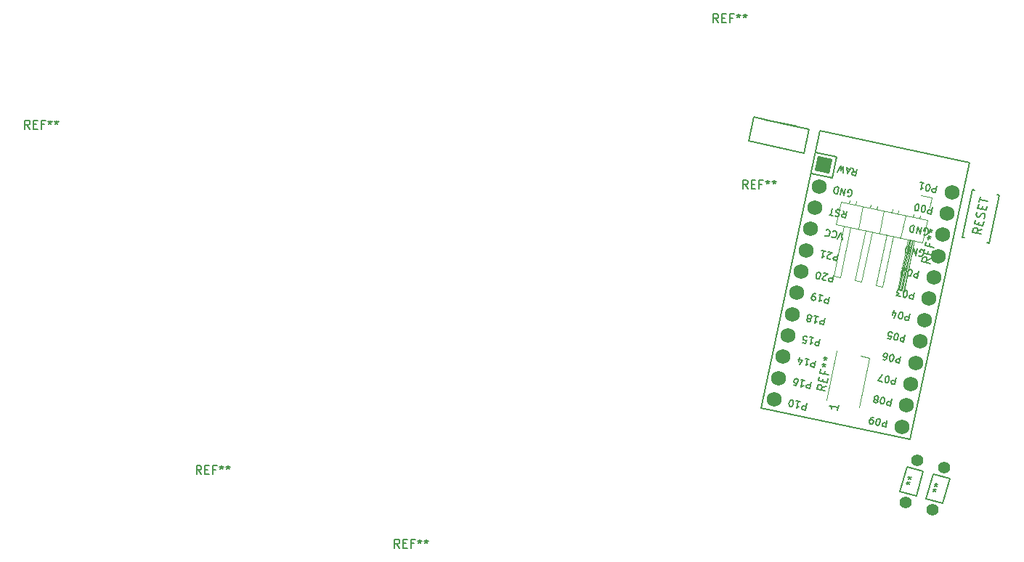
<source format=gbr>
%TF.GenerationSoftware,KiCad,Pcbnew,(6.0.7-1)-1*%
%TF.CreationDate,2022-09-15T11:20:02-04:00*%
%TF.ProjectId,skyline_pcb_left,736b796c-696e-4655-9f70-63625f6c6566,v1.0.0*%
%TF.SameCoordinates,Original*%
%TF.FileFunction,Legend,Top*%
%TF.FilePolarity,Positive*%
%FSLAX46Y46*%
G04 Gerber Fmt 4.6, Leading zero omitted, Abs format (unit mm)*
G04 Created by KiCad (PCBNEW (6.0.7-1)-1) date 2022-09-15 11:20:02*
%MOMM*%
%LPD*%
G01*
G04 APERTURE LIST*
G04 Aperture macros list*
%AMRotRect*
0 Rectangle, with rotation*
0 The origin of the aperture is its center*
0 $1 length*
0 $2 width*
0 $3 Rotation angle, in degrees counterclockwise*
0 Add horizontal line*
21,1,$1,$2,0,0,$3*%
G04 Aperture macros list end*
%ADD10C,0.150000*%
%ADD11C,0.120000*%
%ADD12C,1.397000*%
%ADD13RotRect,1.752600X1.752600X258.000000*%
%ADD14C,1.752600*%
G04 APERTURE END LIST*
D10*
%TO.C,REF\u002A\u002A*%
X247137899Y-112579534D02*
X246804566Y-112103344D01*
X246566471Y-112579534D02*
X246566471Y-111579534D01*
X246947423Y-111579534D01*
X247042661Y-111627154D01*
X247090280Y-111674773D01*
X247137899Y-111770011D01*
X247137899Y-111912868D01*
X247090280Y-112008106D01*
X247042661Y-112055725D01*
X246947423Y-112103344D01*
X246566471Y-112103344D01*
X247566471Y-112055725D02*
X247899804Y-112055725D01*
X248042661Y-112579534D02*
X247566471Y-112579534D01*
X247566471Y-111579534D01*
X248042661Y-111579534D01*
X248804566Y-112055725D02*
X248471233Y-112055725D01*
X248471233Y-112579534D02*
X248471233Y-111579534D01*
X248947423Y-111579534D01*
X249471233Y-111579534D02*
X249471233Y-111817630D01*
X249233137Y-111722392D02*
X249471233Y-111817630D01*
X249709328Y-111722392D01*
X249328375Y-112008106D02*
X249471233Y-111817630D01*
X249614090Y-112008106D01*
X250233137Y-111579534D02*
X250233137Y-111817630D01*
X249995042Y-111722392D02*
X250233137Y-111817630D01*
X250471233Y-111722392D01*
X250090280Y-112008106D02*
X250233137Y-111817630D01*
X250375994Y-112008106D01*
%TO.C,\u002A\u002A*%
X269085401Y-166231629D02*
X269271886Y-166283346D01*
X269145575Y-166449145D02*
X269271886Y-166283346D01*
X269249009Y-166076174D01*
X269390044Y-166436611D02*
X269271886Y-166283346D01*
X269452105Y-166212828D01*
X269250895Y-165634876D02*
X269437381Y-165686593D01*
X269311069Y-165852391D02*
X269437381Y-165686593D01*
X269414503Y-165479420D01*
X269555539Y-165839858D02*
X269437381Y-165686593D01*
X269617599Y-165616075D01*
%TO.C,REF\u002A\u002A*%
X166873183Y-125003222D02*
X166539850Y-124527032D01*
X166301755Y-125003222D02*
X166301755Y-124003222D01*
X166682707Y-124003222D01*
X166777945Y-124050842D01*
X166825564Y-124098461D01*
X166873183Y-124193699D01*
X166873183Y-124336556D01*
X166825564Y-124431794D01*
X166777945Y-124479413D01*
X166682707Y-124527032D01*
X166301755Y-124527032D01*
X167301755Y-124479413D02*
X167635088Y-124479413D01*
X167777945Y-125003222D02*
X167301755Y-125003222D01*
X167301755Y-124003222D01*
X167777945Y-124003222D01*
X168539850Y-124479413D02*
X168206517Y-124479413D01*
X168206517Y-125003222D02*
X168206517Y-124003222D01*
X168682707Y-124003222D01*
X169206517Y-124003222D02*
X169206517Y-124241318D01*
X168968421Y-124146080D02*
X169206517Y-124241318D01*
X169444612Y-124146080D01*
X169063659Y-124431794D02*
X169206517Y-124241318D01*
X169349374Y-124431794D01*
X169968421Y-124003222D02*
X169968421Y-124241318D01*
X169730326Y-124146080D02*
X169968421Y-124241318D01*
X170206517Y-124146080D01*
X169825564Y-124431794D02*
X169968421Y-124241318D01*
X170111278Y-124431794D01*
%TO.C,MCU1*%
X267856727Y-154007086D02*
X267690398Y-154789604D01*
X267392296Y-154726240D01*
X267325691Y-154673136D01*
X267296348Y-154627953D01*
X267274926Y-154545507D01*
X267298688Y-154433719D01*
X267351791Y-154367114D01*
X267396975Y-154337772D01*
X267479421Y-154316350D01*
X267777523Y-154379713D01*
X266758829Y-154591593D02*
X266684303Y-154575752D01*
X266617698Y-154522648D01*
X266588356Y-154477465D01*
X266566934Y-154395019D01*
X266561353Y-154238047D01*
X266600955Y-154051733D01*
X266669900Y-153910603D01*
X266723003Y-153843998D01*
X266768187Y-153814655D01*
X266850633Y-153793234D01*
X266925158Y-153809074D01*
X266991763Y-153862178D01*
X267021106Y-153907361D01*
X267042527Y-153989807D01*
X267048108Y-154146779D01*
X267008506Y-154333093D01*
X266939562Y-154474223D01*
X266886458Y-154540828D01*
X266841275Y-154570171D01*
X266758829Y-154591593D01*
X266237150Y-154480706D02*
X265715471Y-154369820D01*
X266217166Y-153658586D01*
X259522701Y-147042144D02*
X259356372Y-147824662D01*
X259058270Y-147761298D01*
X258991665Y-147708194D01*
X258962322Y-147663011D01*
X258940900Y-147580565D01*
X258964662Y-147468777D01*
X259017765Y-147402172D01*
X259062949Y-147372830D01*
X259145395Y-147351408D01*
X259443497Y-147414771D01*
X258330293Y-146788689D02*
X258777446Y-146883735D01*
X258553869Y-146836212D02*
X258387540Y-147618730D01*
X258485827Y-147522783D01*
X258576193Y-147464098D01*
X258658639Y-147442676D01*
X257788094Y-147140797D02*
X257854699Y-147193901D01*
X257884042Y-147239084D01*
X257905464Y-147321530D01*
X257897543Y-147358793D01*
X257844439Y-147425398D01*
X257799256Y-147454740D01*
X257716810Y-147476162D01*
X257567759Y-147444480D01*
X257501154Y-147391377D01*
X257471812Y-147346193D01*
X257450390Y-147263747D01*
X257458310Y-147226485D01*
X257511414Y-147159880D01*
X257556597Y-147130537D01*
X257639043Y-147109115D01*
X257788094Y-147140797D01*
X257870540Y-147119375D01*
X257915723Y-147090033D01*
X257968827Y-147023428D01*
X258000509Y-146874377D01*
X257979087Y-146791931D01*
X257949745Y-146746748D01*
X257883140Y-146693644D01*
X257734089Y-146661962D01*
X257651643Y-146683384D01*
X257606459Y-146712726D01*
X257553356Y-146779331D01*
X257521674Y-146928383D01*
X257543096Y-147010829D01*
X257572438Y-147056012D01*
X257639043Y-147109115D01*
X262178870Y-132805186D02*
X262245475Y-132858289D01*
X262357263Y-132882051D01*
X262476972Y-132868549D01*
X262567339Y-132809865D01*
X262620442Y-132743260D01*
X262689387Y-132602129D01*
X262713148Y-132490341D01*
X262707567Y-132333369D01*
X262686145Y-132250923D01*
X262627461Y-132160557D01*
X262523593Y-132099533D01*
X262449067Y-132083692D01*
X262329359Y-132097193D01*
X262284175Y-132126535D01*
X262228732Y-132387375D01*
X262377783Y-132419057D01*
X261964651Y-131980726D02*
X261798322Y-132763244D01*
X261517498Y-131885681D01*
X261351169Y-132668199D01*
X261144870Y-131806476D02*
X260978541Y-132588994D01*
X260792227Y-132549392D01*
X260688359Y-132488368D01*
X260629675Y-132398001D01*
X260608253Y-132315555D01*
X260602672Y-132158584D01*
X260626433Y-132046796D01*
X260695378Y-131905665D01*
X260748481Y-131839060D01*
X260838848Y-131780375D01*
X260958557Y-131766874D01*
X261144870Y-131806476D01*
X260578892Y-142073154D02*
X260412563Y-142855672D01*
X260114461Y-142792308D01*
X260047856Y-142739204D01*
X260018513Y-142694021D01*
X259997091Y-142611575D01*
X260020853Y-142499787D01*
X260073956Y-142433182D01*
X260119140Y-142403840D01*
X260201586Y-142382418D01*
X260499688Y-142445781D01*
X259683148Y-142622737D02*
X259637965Y-142652080D01*
X259555519Y-142673501D01*
X259369205Y-142633899D01*
X259302600Y-142580796D01*
X259273258Y-142535612D01*
X259251836Y-142453166D01*
X259267677Y-142378641D01*
X259328701Y-142274773D01*
X259870900Y-141922665D01*
X259386484Y-141819699D01*
X258735738Y-142499252D02*
X258661213Y-142483411D01*
X258594608Y-142430307D01*
X258565266Y-142385124D01*
X258543844Y-142302678D01*
X258538263Y-142145706D01*
X258577865Y-141959393D01*
X258646809Y-141818262D01*
X258699913Y-141751657D01*
X258745096Y-141722315D01*
X258827542Y-141700893D01*
X258902068Y-141716734D01*
X258968673Y-141769837D01*
X258998015Y-141815020D01*
X259019437Y-141897466D01*
X259025018Y-142054438D01*
X258985416Y-142240752D01*
X258916471Y-142381882D01*
X258863368Y-142448487D01*
X258818184Y-142477830D01*
X258735738Y-142499252D01*
X268384822Y-151522591D02*
X268218493Y-152305109D01*
X267920391Y-152241745D01*
X267853786Y-152188641D01*
X267824443Y-152143458D01*
X267803021Y-152061012D01*
X267826783Y-151949224D01*
X267879886Y-151882619D01*
X267925070Y-151853277D01*
X268007516Y-151831855D01*
X268305618Y-151895218D01*
X267286924Y-152107098D02*
X267212398Y-152091257D01*
X267145793Y-152038153D01*
X267116451Y-151992970D01*
X267095029Y-151910524D01*
X267089448Y-151753552D01*
X267129050Y-151567238D01*
X267197995Y-151426108D01*
X267251098Y-151359503D01*
X267296282Y-151330160D01*
X267378728Y-151308739D01*
X267453253Y-151324579D01*
X267519858Y-151377683D01*
X267549201Y-151422866D01*
X267570622Y-151505312D01*
X267576203Y-151662284D01*
X267536601Y-151848598D01*
X267467657Y-151989728D01*
X267414553Y-152056333D01*
X267369370Y-152085676D01*
X267286924Y-152107098D01*
X266355355Y-151909086D02*
X266504406Y-151940768D01*
X266586852Y-151919346D01*
X266632035Y-151890004D01*
X266730322Y-151794057D01*
X266799266Y-151652926D01*
X266862630Y-151354824D01*
X266841208Y-151272378D01*
X266811866Y-151227195D01*
X266745261Y-151174091D01*
X266596210Y-151142409D01*
X266513764Y-151163831D01*
X266468580Y-151193173D01*
X266415477Y-151259778D01*
X266375874Y-151446092D01*
X266397296Y-151528538D01*
X266426639Y-151573722D01*
X266493244Y-151626825D01*
X266642295Y-151658507D01*
X266724741Y-151637085D01*
X266769924Y-151607743D01*
X266823028Y-151541138D01*
X257938414Y-154495629D02*
X257772085Y-155278147D01*
X257473983Y-155214783D01*
X257407378Y-155161679D01*
X257378035Y-155116496D01*
X257356613Y-155034050D01*
X257380375Y-154922262D01*
X257433478Y-154855657D01*
X257478662Y-154826315D01*
X257561108Y-154804893D01*
X257859210Y-154868256D01*
X256746006Y-154242174D02*
X257193159Y-154337220D01*
X256969582Y-154289697D02*
X256803253Y-155072215D01*
X256901540Y-154976268D01*
X256991906Y-154917583D01*
X257074352Y-154896161D01*
X255908947Y-154882124D02*
X256057998Y-154913806D01*
X256140444Y-154892384D01*
X256185627Y-154863042D01*
X256283914Y-154767095D01*
X256352858Y-154625964D01*
X256416222Y-154327862D01*
X256394800Y-154245416D01*
X256365458Y-154200233D01*
X256298853Y-154147129D01*
X256149802Y-154115447D01*
X256067356Y-154136869D01*
X256022172Y-154166211D01*
X255969069Y-154232816D01*
X255929466Y-154419130D01*
X255950888Y-154501576D01*
X255980231Y-154546760D01*
X256046836Y-154599863D01*
X256195887Y-154631545D01*
X256278333Y-154610123D01*
X256323516Y-154580781D01*
X256376620Y-154514176D01*
X261106988Y-139588660D02*
X260940659Y-140371178D01*
X260642557Y-140307814D01*
X260575952Y-140254710D01*
X260546609Y-140209527D01*
X260525187Y-140127081D01*
X260548949Y-140015293D01*
X260602052Y-139948688D01*
X260647236Y-139919346D01*
X260729682Y-139897924D01*
X261027784Y-139961287D01*
X260211244Y-140138243D02*
X260166061Y-140167586D01*
X260083615Y-140189007D01*
X259897301Y-140149405D01*
X259830696Y-140096302D01*
X259801354Y-140051118D01*
X259779932Y-139968672D01*
X259795773Y-139894147D01*
X259856797Y-139790279D01*
X260398996Y-139438171D01*
X259914580Y-139335205D01*
X259169324Y-139176796D02*
X259616478Y-139271842D01*
X259392901Y-139224319D02*
X259226572Y-140006837D01*
X259324859Y-139910890D01*
X259415225Y-139852205D01*
X259497671Y-139830783D01*
X258466510Y-152011134D02*
X258300181Y-152793652D01*
X258002079Y-152730288D01*
X257935474Y-152677184D01*
X257906131Y-152632001D01*
X257884709Y-152549555D01*
X257908471Y-152437767D01*
X257961574Y-152371162D01*
X258006758Y-152341820D01*
X258089204Y-152320398D01*
X258387306Y-152383761D01*
X257274102Y-151757679D02*
X257721255Y-151852725D01*
X257497678Y-151805202D02*
X257331349Y-152587720D01*
X257429636Y-152491773D01*
X257520002Y-152433088D01*
X257602448Y-152411666D01*
X256492486Y-152136790D02*
X256603372Y-151615111D01*
X256615436Y-152474494D02*
X256920557Y-151955155D01*
X256436141Y-151852189D01*
X261561912Y-137906484D02*
X261467402Y-137068523D01*
X261040233Y-137795598D01*
X260482729Y-136937117D02*
X260527912Y-136907774D01*
X260647621Y-136894273D01*
X260722146Y-136910114D01*
X260826014Y-136971138D01*
X260884699Y-137061504D01*
X260906121Y-137143950D01*
X260911702Y-137300922D01*
X260887941Y-137412710D01*
X260818996Y-137553841D01*
X260765892Y-137620446D01*
X260675526Y-137679130D01*
X260555817Y-137692632D01*
X260481292Y-137676791D01*
X260377424Y-137615767D01*
X260348081Y-137570584D01*
X259700211Y-136770787D02*
X259745394Y-136741445D01*
X259865103Y-136727943D01*
X259939628Y-136743784D01*
X260043496Y-136804808D01*
X260102181Y-136895175D01*
X260123603Y-136977621D01*
X260129184Y-137134592D01*
X260105422Y-137246381D01*
X260036478Y-137387511D01*
X259983374Y-137454116D01*
X259893008Y-137512801D01*
X259773299Y-137526302D01*
X259698774Y-137510462D01*
X259594906Y-137449437D01*
X259565563Y-137404254D01*
X260050797Y-144557649D02*
X259884468Y-145340167D01*
X259586366Y-145276803D01*
X259519761Y-145223699D01*
X259490418Y-145178516D01*
X259468996Y-145096070D01*
X259492758Y-144984282D01*
X259545861Y-144917677D01*
X259591045Y-144888335D01*
X259673491Y-144866913D01*
X259971593Y-144930276D01*
X258858389Y-144304194D02*
X259305542Y-144399240D01*
X259081965Y-144351717D02*
X258915636Y-145134235D01*
X259013923Y-145038288D01*
X259104289Y-144979603D01*
X259186735Y-144958181D01*
X258485761Y-144224990D02*
X258336710Y-144193308D01*
X258254264Y-144214730D01*
X258209081Y-144244072D01*
X258110794Y-144340020D01*
X258041849Y-144481150D01*
X257978486Y-144779252D01*
X257999908Y-144861698D01*
X258029250Y-144906882D01*
X258095855Y-144959985D01*
X258244906Y-144991667D01*
X258327352Y-144970245D01*
X258372535Y-144940903D01*
X258425639Y-144874298D01*
X258465241Y-144687984D01*
X258443819Y-144605538D01*
X258414477Y-144560355D01*
X258347872Y-144507251D01*
X258198821Y-144475569D01*
X258116375Y-144496991D01*
X258071192Y-144526334D01*
X258018088Y-144592939D01*
X271040991Y-137285633D02*
X271107596Y-137338736D01*
X271219384Y-137362498D01*
X271339093Y-137348996D01*
X271429460Y-137290312D01*
X271482563Y-137223707D01*
X271551508Y-137082576D01*
X271575269Y-136970788D01*
X271569688Y-136813816D01*
X271548266Y-136731370D01*
X271489582Y-136641004D01*
X271385714Y-136579980D01*
X271311188Y-136564139D01*
X271191480Y-136577640D01*
X271146296Y-136606982D01*
X271090853Y-136867822D01*
X271239904Y-136899504D01*
X270826772Y-136461173D02*
X270660443Y-137243691D01*
X270379619Y-136366128D01*
X270213290Y-137148646D01*
X270006991Y-136286923D02*
X269840662Y-137069441D01*
X269654348Y-137029839D01*
X269550480Y-136968815D01*
X269491796Y-136878448D01*
X269470374Y-136796002D01*
X269464793Y-136639031D01*
X269488554Y-136527243D01*
X269557499Y-136386112D01*
X269610602Y-136319507D01*
X269700969Y-136260822D01*
X269820678Y-136247321D01*
X270006991Y-136286923D01*
X269969109Y-144069107D02*
X269802780Y-144851625D01*
X269504678Y-144788261D01*
X269438073Y-144735157D01*
X269408730Y-144689974D01*
X269387308Y-144607528D01*
X269411070Y-144495740D01*
X269464173Y-144429135D01*
X269509357Y-144399793D01*
X269591803Y-144378371D01*
X269889905Y-144441734D01*
X268871211Y-144653614D02*
X268796685Y-144637773D01*
X268730080Y-144584669D01*
X268700738Y-144539486D01*
X268679316Y-144457040D01*
X268673735Y-144300068D01*
X268713337Y-144113754D01*
X268782282Y-143972624D01*
X268835385Y-143906019D01*
X268880569Y-143876676D01*
X268963015Y-143855255D01*
X269037540Y-143871095D01*
X269104145Y-143924199D01*
X269133488Y-143969382D01*
X269154909Y-144051828D01*
X269160490Y-144208800D01*
X269120888Y-144395114D01*
X269051944Y-144536244D01*
X268998840Y-144602849D01*
X268953657Y-144632192D01*
X268871211Y-144653614D01*
X268349532Y-144542727D02*
X267865116Y-144439762D01*
X268189319Y-144197102D01*
X268077531Y-144173341D01*
X268010926Y-144120238D01*
X267981583Y-144075054D01*
X267960161Y-143992608D01*
X267999764Y-143806294D01*
X268052867Y-143739689D01*
X268098051Y-143710347D01*
X268180497Y-143688925D01*
X268404073Y-143736448D01*
X268470678Y-143789552D01*
X268500021Y-143834735D01*
X257410318Y-156980124D02*
X257243989Y-157762642D01*
X256945887Y-157699278D01*
X256879282Y-157646174D01*
X256849939Y-157600991D01*
X256828517Y-157518545D01*
X256852279Y-157406757D01*
X256905382Y-157340152D01*
X256950566Y-157310810D01*
X257033012Y-157289388D01*
X257331114Y-157352751D01*
X256217910Y-156726669D02*
X256665063Y-156821715D01*
X256441486Y-156774192D02*
X256275157Y-157556710D01*
X256373444Y-157460763D01*
X256463810Y-157402078D01*
X256546256Y-157380656D01*
X255567164Y-157406222D02*
X255492639Y-157390381D01*
X255426034Y-157337277D01*
X255396692Y-157292094D01*
X255375270Y-157209648D01*
X255369689Y-157052676D01*
X255409291Y-156866363D01*
X255478235Y-156725232D01*
X255531339Y-156658627D01*
X255576522Y-156629285D01*
X255658968Y-156607863D01*
X255733494Y-156623704D01*
X255800099Y-156676807D01*
X255829441Y-156721990D01*
X255850863Y-156804436D01*
X255856444Y-156961408D01*
X255816842Y-157147722D01*
X255747897Y-157288852D01*
X255694794Y-157355457D01*
X255649610Y-157384800D01*
X255567164Y-157406222D01*
X270512896Y-139770128D02*
X270579501Y-139823231D01*
X270691289Y-139846993D01*
X270810998Y-139833491D01*
X270901365Y-139774807D01*
X270954468Y-139708202D01*
X271023413Y-139567071D01*
X271047174Y-139455283D01*
X271041593Y-139298311D01*
X271020171Y-139215865D01*
X270961487Y-139125499D01*
X270857619Y-139064475D01*
X270783093Y-139048634D01*
X270663385Y-139062135D01*
X270618201Y-139091477D01*
X270562758Y-139352317D01*
X270711809Y-139383999D01*
X270298677Y-138945668D02*
X270132348Y-139728186D01*
X269851524Y-138850623D01*
X269685195Y-139633141D01*
X269478896Y-138771418D02*
X269312567Y-139553936D01*
X269126253Y-139514334D01*
X269022385Y-139453310D01*
X268963701Y-139362943D01*
X268942279Y-139280497D01*
X268936698Y-139123526D01*
X268960459Y-139011738D01*
X269029404Y-138870607D01*
X269082507Y-138804002D01*
X269172874Y-138745317D01*
X269292583Y-138731816D01*
X269478896Y-138771418D01*
X270497205Y-141584612D02*
X270330876Y-142367130D01*
X270032774Y-142303766D01*
X269966169Y-142250662D01*
X269936826Y-142205479D01*
X269915404Y-142123033D01*
X269939166Y-142011245D01*
X269992269Y-141944640D01*
X270037453Y-141915298D01*
X270119899Y-141893876D01*
X270418001Y-141957239D01*
X269399307Y-142169119D02*
X269324781Y-142153278D01*
X269258176Y-142100174D01*
X269228834Y-142054991D01*
X269207412Y-141972545D01*
X269201831Y-141815573D01*
X269241433Y-141629259D01*
X269310378Y-141488129D01*
X269363481Y-141421524D01*
X269408665Y-141392181D01*
X269491111Y-141370760D01*
X269565636Y-141386600D01*
X269632241Y-141439704D01*
X269661584Y-141484887D01*
X269683005Y-141567333D01*
X269688586Y-141724305D01*
X269648984Y-141910619D01*
X269580040Y-142051749D01*
X269526936Y-142118354D01*
X269481753Y-142147697D01*
X269399307Y-142169119D01*
X268856206Y-141975786D02*
X268811023Y-142005129D01*
X268728577Y-142026551D01*
X268542263Y-141986948D01*
X268475658Y-141933845D01*
X268446316Y-141888661D01*
X268424894Y-141806215D01*
X268440735Y-141731690D01*
X268501759Y-141627822D01*
X269043957Y-141275714D01*
X268559541Y-141172748D01*
X272609588Y-131646632D02*
X272443259Y-132429150D01*
X272145157Y-132365786D01*
X272078552Y-132312682D01*
X272049209Y-132267499D01*
X272027787Y-132185053D01*
X272051549Y-132073265D01*
X272104652Y-132006660D01*
X272149836Y-131977318D01*
X272232282Y-131955896D01*
X272530384Y-132019259D01*
X271511690Y-132231139D02*
X271437164Y-132215298D01*
X271370559Y-132162194D01*
X271341217Y-132117011D01*
X271319795Y-132034565D01*
X271314214Y-131877593D01*
X271353816Y-131691279D01*
X271422761Y-131550149D01*
X271475864Y-131483544D01*
X271521048Y-131454201D01*
X271603494Y-131432780D01*
X271678019Y-131448620D01*
X271744624Y-131501724D01*
X271773967Y-131546907D01*
X271795388Y-131629353D01*
X271800969Y-131786325D01*
X271761367Y-131972639D01*
X271692423Y-132113769D01*
X271639319Y-132180374D01*
X271594136Y-132209717D01*
X271511690Y-132231139D01*
X270671924Y-131234768D02*
X271119078Y-131329814D01*
X270895501Y-131282291D02*
X270729172Y-132064809D01*
X270827459Y-131968862D01*
X270917825Y-131910177D01*
X271000271Y-131888755D01*
X269441014Y-146553602D02*
X269274685Y-147336120D01*
X268976583Y-147272756D01*
X268909978Y-147219652D01*
X268880635Y-147174469D01*
X268859213Y-147092023D01*
X268882975Y-146980235D01*
X268936078Y-146913630D01*
X268981262Y-146884288D01*
X269063708Y-146862866D01*
X269361810Y-146926229D01*
X268343116Y-147138109D02*
X268268590Y-147122268D01*
X268201985Y-147069164D01*
X268172643Y-147023981D01*
X268151221Y-146941535D01*
X268145640Y-146784563D01*
X268185242Y-146598249D01*
X268254187Y-146457119D01*
X268307290Y-146390514D01*
X268352474Y-146361171D01*
X268434920Y-146339750D01*
X268509445Y-146355590D01*
X268576050Y-146408694D01*
X268605393Y-146453877D01*
X268626814Y-146536323D01*
X268632395Y-146693295D01*
X268592793Y-146879609D01*
X268523849Y-147020739D01*
X268470745Y-147087344D01*
X268425562Y-147116687D01*
X268343116Y-147138109D01*
X267466990Y-146679258D02*
X267577876Y-146157579D01*
X267589940Y-147016962D02*
X267895061Y-146497623D01*
X267410645Y-146394657D01*
X268912918Y-149038096D02*
X268746589Y-149820614D01*
X268448487Y-149757250D01*
X268381882Y-149704146D01*
X268352539Y-149658963D01*
X268331117Y-149576517D01*
X268354879Y-149464729D01*
X268407982Y-149398124D01*
X268453166Y-149368782D01*
X268535612Y-149347360D01*
X268833714Y-149410723D01*
X267815020Y-149622603D02*
X267740494Y-149606762D01*
X267673889Y-149553658D01*
X267644547Y-149508475D01*
X267623125Y-149426029D01*
X267617544Y-149269057D01*
X267657146Y-149082743D01*
X267726091Y-148941613D01*
X267779194Y-148875008D01*
X267824378Y-148845665D01*
X267906824Y-148824244D01*
X267981349Y-148840084D01*
X268047954Y-148893188D01*
X268077297Y-148938371D01*
X268098718Y-149020817D01*
X268104299Y-149177789D01*
X268064697Y-149364103D01*
X267995753Y-149505233D01*
X267942649Y-149571838D01*
X267897466Y-149601181D01*
X267815020Y-149622603D01*
X266846188Y-149416671D02*
X267218816Y-149495875D01*
X267335283Y-149131168D01*
X267290100Y-149160511D01*
X267207654Y-149181932D01*
X267021340Y-149142330D01*
X266954735Y-149089227D01*
X266925392Y-149044043D01*
X266903970Y-148961597D01*
X266943573Y-148775283D01*
X266996676Y-148708678D01*
X267041860Y-148679336D01*
X267124306Y-148657914D01*
X267310619Y-148697516D01*
X267377224Y-148750620D01*
X267406567Y-148795803D01*
X262809481Y-129563555D02*
X262991116Y-129991625D01*
X263256634Y-129658600D02*
X263090305Y-130441118D01*
X262792203Y-130377755D01*
X262725597Y-130324651D01*
X262696255Y-130279468D01*
X262674833Y-130197022D01*
X262698595Y-130085233D01*
X262751698Y-130018628D01*
X262796881Y-129989286D01*
X262879327Y-129967864D01*
X263177430Y-130031228D01*
X262463856Y-129723768D02*
X262091228Y-129644563D01*
X262585904Y-129516032D02*
X262158736Y-130243107D01*
X262064226Y-129405146D01*
X261711582Y-130148062D02*
X261691598Y-129325941D01*
X261423740Y-129853201D01*
X261393496Y-129262578D01*
X261040853Y-130005494D01*
X258994605Y-149526639D02*
X258828276Y-150309157D01*
X258530174Y-150245793D01*
X258463569Y-150192689D01*
X258434226Y-150147506D01*
X258412804Y-150065060D01*
X258436566Y-149953272D01*
X258489669Y-149886667D01*
X258534853Y-149857325D01*
X258617299Y-149835903D01*
X258915401Y-149899266D01*
X257802197Y-149273184D02*
X258249350Y-149368230D01*
X258025773Y-149320707D02*
X257859444Y-150103225D01*
X257957731Y-150007278D01*
X258048097Y-149948593D01*
X258130543Y-149927171D01*
X256927875Y-149905214D02*
X257300503Y-149984418D01*
X257416970Y-149619711D01*
X257371787Y-149649054D01*
X257289341Y-149670475D01*
X257103027Y-149630873D01*
X257036422Y-149577770D01*
X257007079Y-149532586D01*
X256985657Y-149450140D01*
X257025260Y-149263826D01*
X257078363Y-149197221D01*
X257123547Y-149167879D01*
X257205993Y-149146457D01*
X257392306Y-149186059D01*
X257458911Y-149239163D01*
X257488254Y-149284346D01*
X266800535Y-158976076D02*
X266634206Y-159758594D01*
X266336104Y-159695230D01*
X266269499Y-159642126D01*
X266240156Y-159596943D01*
X266218734Y-159514497D01*
X266242496Y-159402709D01*
X266295599Y-159336104D01*
X266340783Y-159306762D01*
X266423229Y-159285340D01*
X266721331Y-159348703D01*
X265702637Y-159560583D02*
X265628111Y-159544742D01*
X265561506Y-159491638D01*
X265532164Y-159446455D01*
X265510742Y-159364009D01*
X265505161Y-159207037D01*
X265544763Y-159020723D01*
X265613708Y-158879593D01*
X265666811Y-158812988D01*
X265711995Y-158783645D01*
X265794441Y-158762224D01*
X265868966Y-158778064D01*
X265935571Y-158831168D01*
X265964914Y-158876351D01*
X265986335Y-158958797D01*
X265991916Y-159115769D01*
X265952314Y-159302083D01*
X265883370Y-159443213D01*
X265830266Y-159509818D01*
X265785083Y-159539161D01*
X265702637Y-159560583D01*
X265235499Y-158643417D02*
X265086448Y-158611735D01*
X265004002Y-158633157D01*
X264958819Y-158662499D01*
X264860532Y-158758447D01*
X264791587Y-158899577D01*
X264728224Y-159197679D01*
X264749646Y-159280125D01*
X264778988Y-159325309D01*
X264845593Y-159378412D01*
X264994644Y-159410094D01*
X265077090Y-159388672D01*
X265122273Y-159359330D01*
X265175377Y-159292725D01*
X265214979Y-159106411D01*
X265193557Y-159023965D01*
X265164215Y-158978782D01*
X265097610Y-158925678D01*
X264948559Y-158893996D01*
X264866113Y-158915418D01*
X264820930Y-158944761D01*
X264767826Y-159011366D01*
X272081492Y-134131127D02*
X271915163Y-134913645D01*
X271617061Y-134850281D01*
X271550456Y-134797177D01*
X271521113Y-134751994D01*
X271499691Y-134669548D01*
X271523453Y-134557760D01*
X271576556Y-134491155D01*
X271621740Y-134461813D01*
X271704186Y-134440391D01*
X272002288Y-134503754D01*
X270983594Y-134715634D02*
X270909068Y-134699793D01*
X270842463Y-134646689D01*
X270813121Y-134601506D01*
X270791699Y-134519060D01*
X270786118Y-134362088D01*
X270825720Y-134175774D01*
X270894665Y-134034644D01*
X270947768Y-133968039D01*
X270992952Y-133938696D01*
X271075398Y-133917275D01*
X271149923Y-133933115D01*
X271216528Y-133986219D01*
X271245871Y-134031402D01*
X271267292Y-134113848D01*
X271272873Y-134270820D01*
X271233271Y-134457134D01*
X271164327Y-134598264D01*
X271111223Y-134664869D01*
X271066040Y-134694212D01*
X270983594Y-134715634D01*
X270238338Y-134557225D02*
X270163813Y-134541384D01*
X270097208Y-134488280D01*
X270067866Y-134443097D01*
X270046444Y-134360651D01*
X270040863Y-134203679D01*
X270080465Y-134017366D01*
X270149409Y-133876235D01*
X270202513Y-133809630D01*
X270247696Y-133780288D01*
X270330142Y-133758866D01*
X270404668Y-133774707D01*
X270471273Y-133827810D01*
X270500615Y-133872993D01*
X270522037Y-133955439D01*
X270527618Y-134112411D01*
X270488016Y-134298725D01*
X270419071Y-134439855D01*
X270365968Y-134506460D01*
X270320784Y-134535803D01*
X270238338Y-134557225D01*
X267328631Y-156491581D02*
X267162302Y-157274099D01*
X266864200Y-157210735D01*
X266797595Y-157157631D01*
X266768252Y-157112448D01*
X266746830Y-157030002D01*
X266770592Y-156918214D01*
X266823695Y-156851609D01*
X266868879Y-156822267D01*
X266951325Y-156800845D01*
X267249427Y-156864208D01*
X266230733Y-157076088D02*
X266156207Y-157060247D01*
X266089602Y-157007143D01*
X266060260Y-156961960D01*
X266038838Y-156879514D01*
X266033257Y-156722542D01*
X266072859Y-156536228D01*
X266141804Y-156395098D01*
X266194907Y-156328493D01*
X266240091Y-156299150D01*
X266322537Y-156277729D01*
X266397062Y-156293569D01*
X266463667Y-156346673D01*
X266493010Y-156391856D01*
X266514431Y-156474302D01*
X266520012Y-156631274D01*
X266480410Y-156817588D01*
X266411466Y-156958718D01*
X266358362Y-157025323D01*
X266313179Y-157054666D01*
X266230733Y-157076088D01*
X265594024Y-156590234D02*
X265660629Y-156643338D01*
X265689972Y-156688521D01*
X265711394Y-156770967D01*
X265703473Y-156808230D01*
X265650369Y-156874835D01*
X265605186Y-156904177D01*
X265522740Y-156925599D01*
X265373689Y-156893917D01*
X265307084Y-156840814D01*
X265277742Y-156795630D01*
X265256320Y-156713184D01*
X265264240Y-156675922D01*
X265317344Y-156609317D01*
X265362527Y-156579974D01*
X265444973Y-156558552D01*
X265594024Y-156590234D01*
X265676470Y-156568812D01*
X265721653Y-156539470D01*
X265774757Y-156472865D01*
X265806439Y-156323814D01*
X265785017Y-156241368D01*
X265755675Y-156196185D01*
X265689070Y-156143081D01*
X265540019Y-156111399D01*
X265457573Y-156132821D01*
X265412389Y-156162163D01*
X265359286Y-156228768D01*
X265327604Y-156377820D01*
X265349026Y-156460266D01*
X265378368Y-156505449D01*
X265444973Y-156558552D01*
X261641501Y-134508783D02*
X261823135Y-134936854D01*
X262088654Y-134603829D02*
X261922324Y-135386347D01*
X261624222Y-135322983D01*
X261557617Y-135269880D01*
X261528275Y-135224696D01*
X261506853Y-135142250D01*
X261530614Y-135030462D01*
X261583718Y-134963857D01*
X261628901Y-134934515D01*
X261711347Y-134913093D01*
X262009449Y-134976456D01*
X261335478Y-134482683D02*
X261231610Y-134421658D01*
X261045296Y-134382056D01*
X260962850Y-134403478D01*
X260917667Y-134432820D01*
X260864563Y-134499426D01*
X260848723Y-134573951D01*
X260870144Y-134656397D01*
X260899487Y-134701580D01*
X260966092Y-134754684D01*
X261107222Y-134823628D01*
X261173828Y-134876732D01*
X261203170Y-134921915D01*
X261224592Y-135004361D01*
X261208751Y-135078887D01*
X261155647Y-135145492D01*
X261110464Y-135174834D01*
X261028018Y-135196256D01*
X260841704Y-135156654D01*
X260737836Y-135095630D01*
X260506339Y-135085370D02*
X260059186Y-134990325D01*
X260449092Y-134255329D02*
X260282763Y-135037847D01*
%TO.C,REF\u002A\u002A*%
X259697172Y-154976026D02*
X259162084Y-155203069D01*
X259578366Y-155534967D02*
X258600218Y-155327055D01*
X258679422Y-154954428D01*
X258745802Y-154871171D01*
X258802281Y-154834493D01*
X258905338Y-154807716D01*
X259045074Y-154837418D01*
X259128330Y-154903797D01*
X259165008Y-154960276D01*
X259191785Y-155063334D01*
X259112581Y-155435962D01*
X259273914Y-154447913D02*
X259343218Y-154121864D01*
X259885283Y-154091035D02*
X259786277Y-154556819D01*
X258808130Y-154348908D01*
X258907135Y-153883123D01*
X259531329Y-153236873D02*
X259462025Y-153562923D01*
X259974388Y-153671829D02*
X258996240Y-153463917D01*
X259095246Y-152998133D01*
X259204152Y-152485769D02*
X259437044Y-152535272D01*
X259294385Y-152748363D02*
X259437044Y-152535272D01*
X259393390Y-152282579D01*
X259593656Y-152714610D02*
X259437044Y-152535272D01*
X259653060Y-152435139D01*
X259362561Y-151740514D02*
X259595453Y-151790017D01*
X259452793Y-152003108D02*
X259595453Y-151790017D01*
X259551799Y-151537324D01*
X259752065Y-151969355D02*
X259595453Y-151790017D01*
X259811469Y-151689884D01*
X261140127Y-157205709D02*
X261021321Y-157764651D01*
X261080724Y-157485180D02*
X260102576Y-157277268D01*
X260222511Y-157400127D01*
X260295866Y-157513085D01*
X260322644Y-157616142D01*
X250563183Y-131963222D02*
X250229850Y-131487032D01*
X249991755Y-131963222D02*
X249991755Y-130963222D01*
X250372707Y-130963222D01*
X250467945Y-131010842D01*
X250515564Y-131058461D01*
X250563183Y-131153699D01*
X250563183Y-131296556D01*
X250515564Y-131391794D01*
X250467945Y-131439413D01*
X250372707Y-131487032D01*
X249991755Y-131487032D01*
X250991755Y-131439413D02*
X251325088Y-131439413D01*
X251467945Y-131963222D02*
X250991755Y-131963222D01*
X250991755Y-130963222D01*
X251467945Y-130963222D01*
X252229850Y-131439413D02*
X251896517Y-131439413D01*
X251896517Y-131963222D02*
X251896517Y-130963222D01*
X252372707Y-130963222D01*
X252896517Y-130963222D02*
X252896517Y-131201318D01*
X252658421Y-131106080D02*
X252896517Y-131201318D01*
X253134612Y-131106080D01*
X252753659Y-131391794D02*
X252896517Y-131201318D01*
X253039374Y-131391794D01*
X253658421Y-130963222D02*
X253658421Y-131201318D01*
X253420326Y-131106080D02*
X253658421Y-131201318D01*
X253896517Y-131106080D01*
X253515564Y-131391794D02*
X253658421Y-131201318D01*
X253801278Y-131391794D01*
%TO.C,\u002A\u002A*%
X272157044Y-167063532D02*
X272343529Y-167115249D01*
X272217218Y-167281048D02*
X272343529Y-167115249D01*
X272320652Y-166908077D01*
X272461687Y-167268514D02*
X272343529Y-167115249D01*
X272523748Y-167044731D01*
X272322538Y-166466779D02*
X272509024Y-166518496D01*
X272382712Y-166684294D02*
X272509024Y-166518496D01*
X272486146Y-166311323D01*
X272627182Y-166671761D02*
X272509024Y-166518496D01*
X272689242Y-166447978D01*
%TO.C,REF\u002A\u002A*%
X186863183Y-165263222D02*
X186529850Y-164787032D01*
X186291755Y-165263222D02*
X186291755Y-164263222D01*
X186672707Y-164263222D01*
X186767945Y-164310842D01*
X186815564Y-164358461D01*
X186863183Y-164453699D01*
X186863183Y-164596556D01*
X186815564Y-164691794D01*
X186767945Y-164739413D01*
X186672707Y-164787032D01*
X186291755Y-164787032D01*
X187291755Y-164739413D02*
X187625088Y-164739413D01*
X187767945Y-165263222D02*
X187291755Y-165263222D01*
X187291755Y-164263222D01*
X187767945Y-164263222D01*
X188529850Y-164739413D02*
X188196517Y-164739413D01*
X188196517Y-165263222D02*
X188196517Y-164263222D01*
X188672707Y-164263222D01*
X189196517Y-164263222D02*
X189196517Y-164501318D01*
X188958421Y-164406080D02*
X189196517Y-164501318D01*
X189434612Y-164406080D01*
X189053659Y-164691794D02*
X189196517Y-164501318D01*
X189339374Y-164691794D01*
X189958421Y-164263222D02*
X189958421Y-164501318D01*
X189720326Y-164406080D02*
X189958421Y-164501318D01*
X190196517Y-164406080D01*
X189815564Y-164691794D02*
X189958421Y-164501318D01*
X190101278Y-164691794D01*
%TO.C,RSW1*%
X277876485Y-136693623D02*
X277341396Y-136920666D01*
X277757678Y-137252564D02*
X276779531Y-137044653D01*
X276858735Y-136672025D01*
X276925115Y-136588769D01*
X276981594Y-136552091D01*
X277084651Y-136525313D01*
X277224386Y-136555015D01*
X277307643Y-136621395D01*
X277344321Y-136677874D01*
X277371098Y-136780931D01*
X277291894Y-137153559D01*
X277453227Y-136165510D02*
X277522531Y-135839461D01*
X278064595Y-135808632D02*
X277965590Y-136274417D01*
X276987442Y-136066505D01*
X277086448Y-135600720D01*
X278097221Y-135426104D02*
X278173502Y-135296269D01*
X278223004Y-135063377D01*
X278196227Y-134960319D01*
X278159549Y-134903840D01*
X278076293Y-134837461D01*
X277983136Y-134817660D01*
X277880078Y-134844437D01*
X277823599Y-134881115D01*
X277757220Y-134964371D01*
X277671039Y-135140784D01*
X277604660Y-135224041D01*
X277548181Y-135260719D01*
X277445123Y-135287496D01*
X277351966Y-135267695D01*
X277268710Y-135201315D01*
X277232032Y-135144836D01*
X277205255Y-135041779D01*
X277254757Y-134808887D01*
X277331037Y-134679052D01*
X277839349Y-134348951D02*
X277908652Y-134022901D01*
X278450717Y-133992072D02*
X278351712Y-134457857D01*
X277373564Y-134249945D01*
X277472570Y-133784161D01*
X277531973Y-133504690D02*
X277650780Y-132945748D01*
X278569524Y-133433131D02*
X277591376Y-133225219D01*
%TO.C,REF\u002A\u002A*%
X271956288Y-140102591D02*
X271421200Y-140329634D01*
X271837482Y-140661532D02*
X270859334Y-140453620D01*
X270938538Y-140080993D01*
X271004918Y-139997736D01*
X271061397Y-139961058D01*
X271164454Y-139934281D01*
X271304190Y-139963983D01*
X271387446Y-140030362D01*
X271424124Y-140086841D01*
X271450901Y-140189899D01*
X271371697Y-140562527D01*
X271533030Y-139574478D02*
X271602334Y-139248429D01*
X272144399Y-139217600D02*
X272045393Y-139683384D01*
X271067246Y-139475473D01*
X271166251Y-139009688D01*
X271790445Y-138363438D02*
X271721141Y-138689488D01*
X272233504Y-138798394D02*
X271255356Y-138590482D01*
X271354362Y-138124698D01*
X271463268Y-137612334D02*
X271696160Y-137661837D01*
X271553501Y-137874928D02*
X271696160Y-137661837D01*
X271652506Y-137409144D01*
X271852772Y-137841175D02*
X271696160Y-137661837D01*
X271912176Y-137561704D01*
X271621677Y-136867079D02*
X271854569Y-136916582D01*
X271711909Y-137129673D02*
X271854569Y-136916582D01*
X271810915Y-136663889D01*
X272011181Y-137095920D02*
X271854569Y-136916582D01*
X272070585Y-136816449D01*
X209963183Y-173863222D02*
X209629850Y-173387032D01*
X209391755Y-173863222D02*
X209391755Y-172863222D01*
X209772707Y-172863222D01*
X209867945Y-172910842D01*
X209915564Y-172958461D01*
X209963183Y-173053699D01*
X209963183Y-173196556D01*
X209915564Y-173291794D01*
X209867945Y-173339413D01*
X209772707Y-173387032D01*
X209391755Y-173387032D01*
X210391755Y-173339413D02*
X210725088Y-173339413D01*
X210867945Y-173863222D02*
X210391755Y-173863222D01*
X210391755Y-172863222D01*
X210867945Y-172863222D01*
X211629850Y-173339413D02*
X211296517Y-173339413D01*
X211296517Y-173863222D02*
X211296517Y-172863222D01*
X211772707Y-172863222D01*
X212296517Y-172863222D02*
X212296517Y-173101318D01*
X212058421Y-173006080D02*
X212296517Y-173101318D01*
X212534612Y-173006080D01*
X212153659Y-173291794D02*
X212296517Y-173101318D01*
X212439374Y-173291794D01*
X213058421Y-172863222D02*
X213058421Y-173101318D01*
X212820326Y-173006080D02*
X213058421Y-173101318D01*
X213296517Y-173006080D01*
X212915564Y-173291794D02*
X213058421Y-173101318D01*
X213201278Y-173291794D01*
%TO.C,T1*%
X254475438Y-124320526D02*
X257703325Y-125006634D01*
X257110777Y-127794355D02*
X257703325Y-125006634D01*
X251247551Y-123634417D02*
X250655002Y-126422138D01*
X250655002Y-126422138D02*
X257110777Y-127794355D01*
X254475438Y-124320526D02*
X251247551Y-123634417D01*
X256382826Y-124725954D02*
X252568050Y-123915098D01*
%TO.C,\u002A\u002A*%
X271026319Y-164942660D02*
X269097593Y-164407777D01*
X268295269Y-167300866D02*
X270223995Y-167835749D01*
X270223995Y-167835749D02*
X271026319Y-164942660D01*
X269097593Y-164407777D02*
X268295269Y-167300866D01*
%TO.C,MCU1*%
X269511667Y-161220707D02*
X276376911Y-128922274D01*
X260941846Y-128238194D02*
X260413750Y-130722689D01*
X276376911Y-128922274D02*
X258985447Y-125225604D01*
X260941846Y-128238194D02*
X258457351Y-127710099D01*
X258985447Y-125225604D02*
X252120203Y-157524038D01*
X260413750Y-130722689D02*
X257929255Y-130194594D01*
X252120203Y-157524038D02*
X269511667Y-161220707D01*
D11*
%TO.C,REF\u002A\u002A*%
X263515847Y-157440494D02*
X264742526Y-151669423D01*
X259701072Y-156629639D02*
X260927751Y-150858568D01*
X264742526Y-151669423D02*
X263691018Y-151445918D01*
D10*
%TO.C,\u002A\u002A*%
X273295638Y-168667652D02*
X274097962Y-165774563D01*
X271366912Y-168132769D02*
X273295638Y-168667652D01*
X272169236Y-165239680D02*
X271366912Y-168132769D01*
X274097962Y-165774563D02*
X272169236Y-165239680D01*
%TO.C,RSW1*%
X278708445Y-138299304D02*
X278463908Y-138247326D01*
X279893541Y-132723863D02*
X279649005Y-132671885D01*
X276763469Y-132058546D02*
X275578373Y-137633987D01*
X279893541Y-132723863D02*
X278708445Y-138299304D01*
X275578373Y-137633987D02*
X275822909Y-137685965D01*
X276763469Y-132058546D02*
X277008006Y-132110524D01*
D11*
%TO.C,REF\u002A\u002A*%
X270001565Y-138032614D02*
X268754095Y-143901499D01*
X269708121Y-137970240D02*
X268460651Y-143839126D01*
X270746355Y-132700955D02*
X271988602Y-132965002D01*
X263971677Y-134031495D02*
X263418632Y-136633368D01*
X269825499Y-137995190D02*
X268578028Y-143864075D01*
X269355988Y-137895392D02*
X268108518Y-143764277D01*
X266269600Y-143373404D02*
X265526208Y-143215391D01*
X269942876Y-138020139D02*
X268695406Y-143889025D01*
X269590743Y-137945291D02*
X268343273Y-143814176D01*
X271483850Y-135628257D02*
X261428493Y-133490925D01*
X261300610Y-142317212D02*
X260557218Y-142159199D01*
X264924784Y-133828143D02*
X264842228Y-134216537D01*
X270930805Y-138230130D02*
X271483850Y-135628257D01*
X265526208Y-143215391D02*
X266773678Y-137346505D01*
X268754095Y-143901499D02*
X268010703Y-143743486D01*
X270623221Y-135107952D02*
X270554610Y-135430741D01*
X262548080Y-136448327D02*
X261300610Y-142317212D01*
X261428493Y-133490925D02*
X260875448Y-136092798D01*
X263785105Y-142845308D02*
X263041713Y-142687295D01*
X265668176Y-133986156D02*
X265585620Y-134374550D01*
X268010703Y-143743486D02*
X269258173Y-137874601D01*
X260557218Y-142159199D02*
X261804688Y-136290314D01*
X260875448Y-136092798D02*
X270930805Y-138230130D01*
X266456172Y-134559591D02*
X265903127Y-137161464D01*
X269473365Y-137920341D02*
X268225895Y-143789227D01*
X263183681Y-133458060D02*
X263101126Y-133846454D01*
X269879829Y-134949939D02*
X269811218Y-135272728D01*
X265032575Y-136976422D02*
X263785105Y-142845308D01*
X262440289Y-133300047D02*
X262357733Y-133688441D01*
X267517070Y-137504518D02*
X266269600Y-143373404D01*
X268152671Y-134514251D02*
X268070115Y-134902645D01*
X268940667Y-135087687D02*
X268387622Y-137689559D01*
X263041713Y-142687295D02*
X264289183Y-136818409D01*
X267409279Y-134356238D02*
X267326723Y-134744632D01*
X271988602Y-132965002D02*
X271724554Y-134207250D01*
%TD*%
D12*
%TO.C,\u002A\u002A*%
X270339579Y-163674142D03*
X268982009Y-168569384D03*
%TD*%
D13*
%TO.C,MCU1*%
X259435551Y-129216394D03*
D14*
X258907455Y-131700889D03*
X258379359Y-134185384D03*
X257851264Y-136669879D03*
X257323168Y-139154374D03*
X256795072Y-141638868D03*
X256266976Y-144123363D03*
X255738881Y-146607858D03*
X255210785Y-149092353D03*
X254682689Y-151576848D03*
X254154594Y-154061343D03*
X253626498Y-156545838D03*
X274342520Y-132384968D03*
X273814424Y-134869463D03*
X273286329Y-137353958D03*
X272758233Y-139838453D03*
X272230137Y-142322948D03*
X271702042Y-144807443D03*
X271173946Y-147291938D03*
X270645850Y-149776432D03*
X270117754Y-152260927D03*
X269589659Y-154745422D03*
X269061563Y-157229917D03*
X268533467Y-159714412D03*
%TD*%
D12*
%TO.C,\u002A\u002A*%
X273411222Y-164506045D03*
X272053652Y-169401287D03*
%TD*%
M02*

</source>
